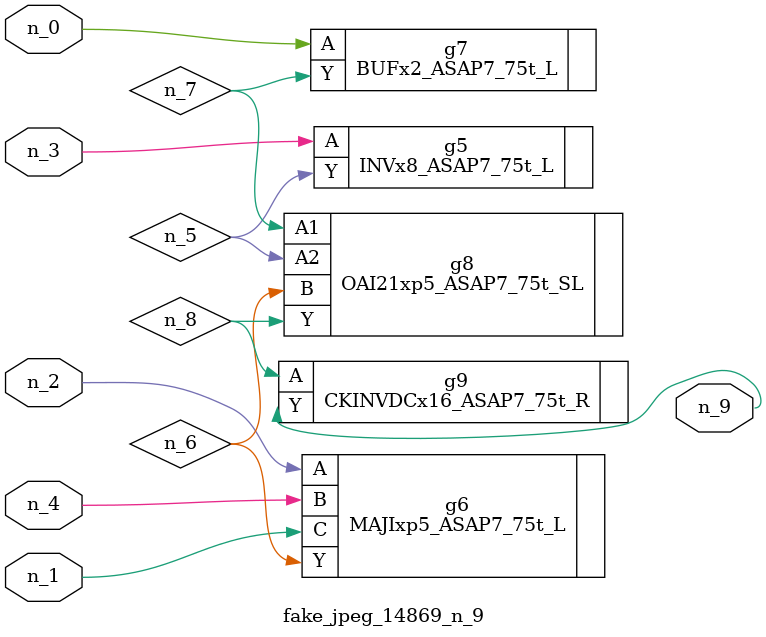
<source format=v>
module fake_jpeg_14869_n_9 (n_3, n_2, n_1, n_0, n_4, n_9);

input n_3;
input n_2;
input n_1;
input n_0;
input n_4;

output n_9;

wire n_8;
wire n_6;
wire n_5;
wire n_7;

INVx8_ASAP7_75t_L g5 ( 
.A(n_3),
.Y(n_5)
);

MAJIxp5_ASAP7_75t_L g6 ( 
.A(n_2),
.B(n_4),
.C(n_1),
.Y(n_6)
);

BUFx2_ASAP7_75t_L g7 ( 
.A(n_0),
.Y(n_7)
);

OAI21xp5_ASAP7_75t_SL g8 ( 
.A1(n_7),
.A2(n_5),
.B(n_6),
.Y(n_8)
);

CKINVDCx16_ASAP7_75t_R g9 ( 
.A(n_8),
.Y(n_9)
);


endmodule
</source>
